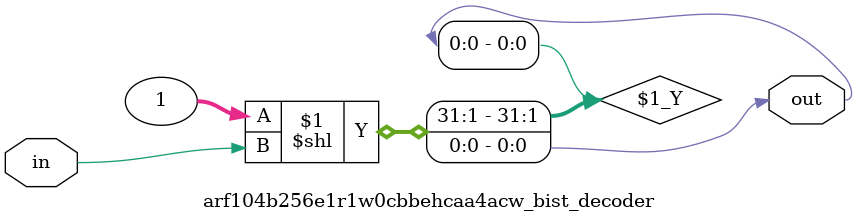
<source format=sv>

`ifndef ARF104B256E1R1W0CBBEHCAA4ACW_BIST_DECODER_SV
`define ARF104B256E1R1W0CBBEHCAA4ACW_BIST_DECODER_SV

module arf104b256e1r1w0cbbehcaa4acw_bist_decoder # (
  parameter IN_WIDTH  = 1,
  parameter OUT_WIDTH = 1
)
(
  input  logic [IN_WIDTH-1:0]  in,
  output logic [OUT_WIDTH-1:0] out
);
  
  assign out = 'b1 << in;

endmodule // arf104b256e1r1w0cbbehcaa4acw_bist_decoder

`endif // ARF104B256E1R1W0CBBEHCAA4ACW_BIST_DECODER_SV
</source>
